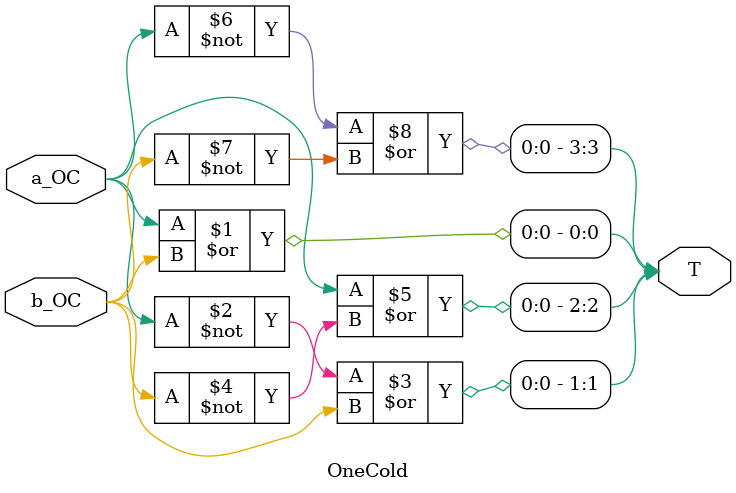
<source format=v>
`timescale 1ns / 1ps


module OneCold(
    input  a_OC,   // Sel[0]
    input  b_OC,   // Sel[1]
    output [3:0] T // activo-bajo (one-cold)
);
    assign T[0] =  a_OC |  b_OC;   // Sel=00 → 1110
    assign T[1] = ~a_OC |  b_OC;   // Sel=01 → 1101
    assign T[2] =  a_OC | ~b_OC;   // Sel=10 → 1011
    assign T[3] = ~a_OC | ~b_OC;   // Sel=11 → 0111
endmodule

</source>
